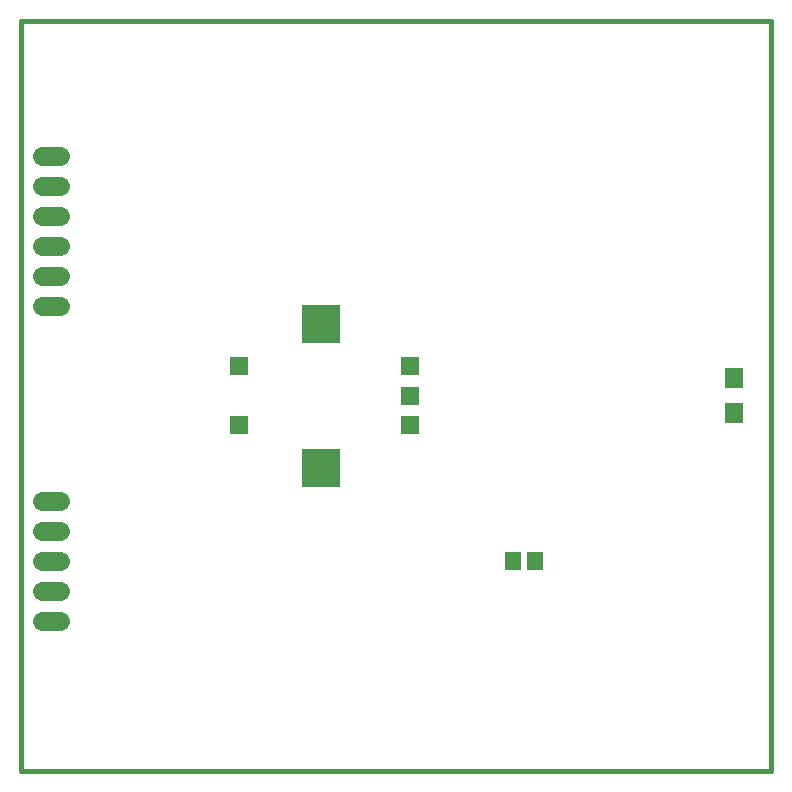
<source format=gbs>
G75*
%MOIN*%
%OFA0B0*%
%FSLAX24Y24*%
%IPPOS*%
%LPD*%
%AMOC8*
5,1,8,0,0,1.08239X$1,22.5*
%
%ADD10C,0.0160*%
%ADD11R,0.0552X0.0631*%
%ADD12R,0.0591X0.0670*%
%ADD13R,0.0634X0.0634*%
%ADD14R,0.1306X0.1306*%
%ADD15C,0.0640*%
D10*
X002050Y000180D02*
X002050Y025180D01*
X027050Y025180D01*
X027050Y000180D01*
X002050Y000180D01*
D11*
X018426Y007180D03*
X019174Y007180D03*
D12*
X025800Y012089D03*
X025800Y013271D03*
D13*
X015003Y013664D03*
X015003Y012680D03*
X015003Y011696D03*
X009294Y011696D03*
X009294Y013664D03*
D14*
X012050Y015082D03*
X012050Y010278D03*
D15*
X003350Y009180D02*
X002750Y009180D01*
X002750Y008180D02*
X003350Y008180D01*
X003350Y007180D02*
X002750Y007180D01*
X002750Y006180D02*
X003350Y006180D01*
X003350Y005180D02*
X002750Y005180D01*
X002750Y015680D02*
X003350Y015680D01*
X003350Y016680D02*
X002750Y016680D01*
X002750Y017680D02*
X003350Y017680D01*
X003350Y018680D02*
X002750Y018680D01*
X002750Y019680D02*
X003350Y019680D01*
X003350Y020680D02*
X002750Y020680D01*
M02*

</source>
